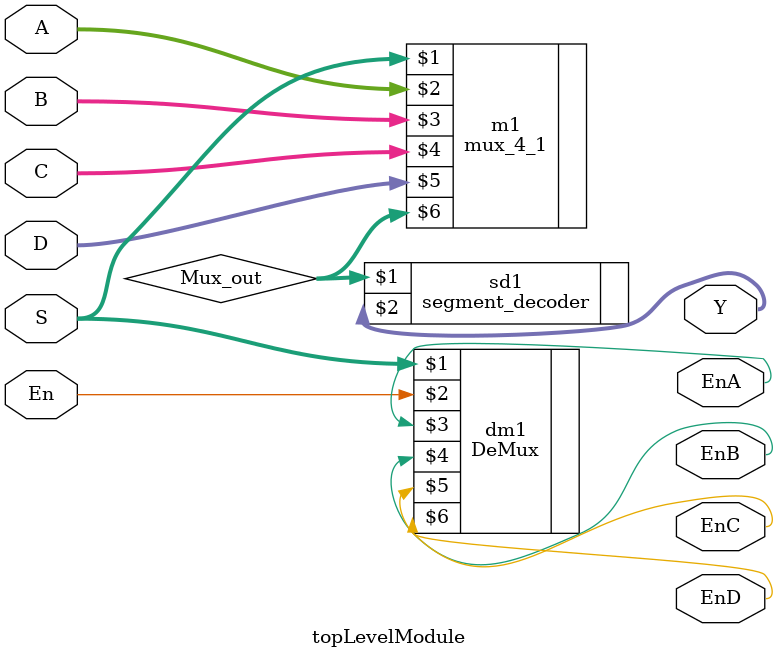
<source format=v>
`timescale 1ns / 1ps
module topLevelModule(
    input [1:0] S,
    input [3:0] A,
    input [3:0] B,
    input [3:0] C,
    input [3:0] D,
    output [6:0] Y,
    input En,
    output EnA,
    output EnB,
    output EnC,
    output EnD
    );
wire [3:0] Mux_out;

mux_4_1 m1(S, A, B, C, D, Mux_out);
segment_decoder sd1(Mux_out, Y);
DeMux dm1(S, En, EnA, EnB, EnC, EnD);

endmodule

</source>
